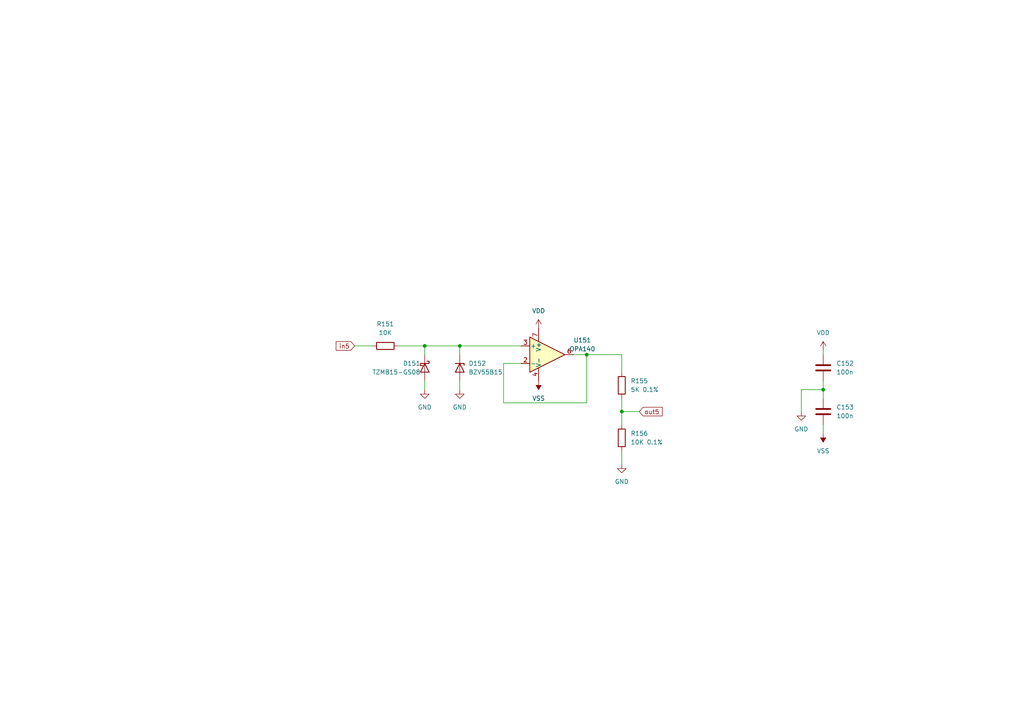
<source format=kicad_sch>
(kicad_sch (version 20230121) (generator eeschema)
  (paper "A4")
  (lib_symbols
    (symbol "Amplifier_Operational:OPA188xxD" (pin_names (offset 0.127))
      (property "Reference" "U" (at 0 6.35 0))
      (property "Value" "OPA188xxD" (at 0 3.81 0))
      (symbol "OPA188xxD_0_1"
        (polyline (pts (xy -5.08 5.08) (xy 5.08 0) (xy -5.08 -5.08) (xy -5.08 5.08)) (stroke (width 0.254)) (fill (type background)))
      )
      (symbol "OPA188xxD_1_1"
        (pin no_connect line (at -2.54 2.54 270) (length 2.54) hide (name "NC") (number "1"))
        (pin input line (at -7.62 -2.54 0) (length 2.54) (name "-") (number "2"))
        (pin input line (at -7.62 2.54 0) (length 2.54) (name "+") (number "3"))
        (pin power_in line (at -2.54 -7.62 90) (length 3.81) (name "V-") (number "4"))
        (pin no_connect line (at 0 2.54 270) (length 2.54) hide (name "NC") (number "5"))
        (pin output line (at 7.62 0 180) (length 2.54) (name "~") (number "6"))
        (pin power_in line (at -2.54 7.62 270) (length 3.81) (name "V+") (number "7"))
        (pin no_connect line (at 0 -2.54 90) (length 2.54) hide (name "NC") (number "8"))
      )
    )
    (symbol "Device:C" (pin_numbers hide) (pin_names (offset 0.254))
      (property "Reference" "C" (at 0.635 2.54 0))
      (property "Value" "C" (at 0.635 -2.54 0))
      (symbol "C_0_1"
        (polyline (pts (xy -2.032 -0.762) (xy 2.032 -0.762)) (stroke (width 0.508)))
        (polyline (pts (xy -2.032 0.762) (xy 2.032 0.762)) (stroke (width 0.508)))
      )
      (symbol "C_1_1"
        (pin passive line (at 0 3.81 270) (length 2.794) (name "~") (number "1"))
        (pin passive line (at 0 -3.81 90) (length 2.794) (name "~") (number "2"))
      )
    )
    (symbol "Device:D_Schottky" (pin_numbers hide) (pin_names (offset 1.016) hide)
      (property "Reference" "D" (at 0 2.54 0))
      (property "Value" "D_Schottky" (at 0 -2.54 0))
      (symbol "D_Schottky_0_1"
        (polyline (pts (xy 1.27 0) (xy -1.27 0)))
        (polyline (pts (xy 1.27 1.27) (xy 1.27 -1.27) (xy -1.27 0) (xy 1.27 1.27)) (stroke (width 0.254)))
        (polyline (pts (xy -1.905 0.635) (xy -1.905 1.27) (xy -1.27 1.27) (xy -1.27 -1.27) (xy -0.635 -1.27) (xy -0.635 -0.635)) (stroke (width 0.254)))
      )
      (symbol "D_Schottky_1_1"
        (pin passive line (at -3.81 0 0) (length 2.54) (name "K") (number "1"))
        (pin passive line (at 3.81 0 180) (length 2.54) (name "A") (number "2"))
      )
    )
    (symbol "Device:R" (pin_numbers hide) (pin_names (offset 0))
      (property "Reference" "R" (at 2.032 0 90))
      (property "Value" "R" (at 0 0 90))
      (symbol "R_0_1"
        (rectangle (start -1.016 -2.54) (end 1.016 2.54) (stroke (width 0.254)))
      )
      (symbol "R_1_1"
        (pin passive line (at 0 3.81 270) (length 1.27) (name "~") (number "1"))
        (pin passive line (at 0 -3.81 90) (length 1.27) (name "~") (number "2"))
      )
    )
    (symbol "Diode:BZV55B15" (pin_numbers hide) (pin_names hide)
      (property "Reference" "D" (at 0 2.54 0))
      (property "Value" "BZV55B15" (at 0 -2.54 0))
      (symbol "BZV55B15_0_1"
        (polyline (pts (xy 1.27 0) (xy -1.27 0)))
        (polyline (pts (xy -1.27 -1.27) (xy -1.27 1.27) (xy -0.762 1.27)) (stroke (width 0.254)))
        (polyline (pts (xy 1.27 -1.27) (xy 1.27 1.27) (xy -1.27 0) (xy 1.27 -1.27)) (stroke (width 0.254)))
      )
      (symbol "BZV55B15_1_1"
        (pin passive line (at -3.81 0 0) (length 2.54) (name "K") (number "1"))
        (pin passive line (at 3.81 0 180) (length 2.54) (name "A") (number "2"))
      )
    )
    (symbol "power:GND" (power) (pin_names (offset 0))
      (property "Value" "GND" (at 0 -3.81 0))
      (symbol "GND_0_1"
        (polyline (pts (xy 0 0) (xy 0 -1.27) (xy 1.27 -1.27) (xy 0 -2.54) (xy -1.27 -1.27) (xy 0 -1.27)))
      )
      (symbol "GND_1_1"
        (pin power_in line (at 0 0 270) (length 0) hide (name "GND") (number "1"))
      )
    )
    (symbol "power:VDD" (power) (pin_names (offset 0))
      (property "Value" "VDD" (at 0 3.81 0))
      (symbol "VDD_0_1"
        (polyline (pts (xy -0.762 1.27) (xy 0 2.54)))
        (polyline (pts (xy 0 0) (xy 0 2.54)))
        (polyline (pts (xy 0 2.54) (xy 0.762 1.27)))
      )
      (symbol "VDD_1_1"
        (pin power_in line (at 0 0 90) (length 0) hide (name "VDD") (number "1"))
      )
    )
    (symbol "power:VSS" (power) (pin_names (offset 0))
      (property "Value" "VSS" (at 0 3.81 0))
      (symbol "VSS_0_1"
        (polyline (pts (xy 0 0) (xy 0 2.54)))
        (polyline (pts (xy 0.762 1.27) (xy -0.762 1.27) (xy 0 2.54) (xy 0.762 1.27)) (fill (type outline)))
      )
      (symbol "VSS_1_1"
        (pin power_in line (at 0 0 90) (length 0) hide (name "VSS") (number "1"))
      )
    )
  )
  (junction (at 238.76 113.03))
  (junction (at 133.35 100.33))
  (junction (at 170.18 102.87))
  (junction (at 180.34 119.38))
  (junction (at 123.19 100.33))
  (wire (pts (xy 166.37 102.87) (xy 170.18 102.87)))
  (wire (pts (xy 180.34 119.38) (xy 180.34 123.19)))
  (wire (pts (xy 238.76 101.6) (xy 238.76 102.87)))
  (wire (pts (xy 180.34 119.38) (xy 185.42 119.38)))
  (wire (pts (xy 102.87 100.33) (xy 107.95 100.33)))
  (wire (pts (xy 180.34 130.81) (xy 180.34 134.62)))
  (wire (pts (xy 146.05 105.41) (xy 146.05 116.84)))
  (wire (pts (xy 123.19 100.33) (xy 133.35 100.33)))
  (wire (pts (xy 133.35 110.49) (xy 133.35 113.03)))
  (wire (pts (xy 123.19 110.49) (xy 123.19 113.03)))
  (wire (pts (xy 170.18 102.87) (xy 180.34 102.87)))
  (wire (pts (xy 180.34 102.87) (xy 180.34 107.95)))
  (wire (pts (xy 170.18 116.84) (xy 170.18 102.87)))
  (wire (pts (xy 232.41 113.03) (xy 238.76 113.03)))
  (wire (pts (xy 146.05 105.41) (xy 151.13 105.41)))
  (wire (pts (xy 232.41 119.38) (xy 232.41 113.03)))
  (wire (pts (xy 238.76 110.49) (xy 238.76 113.03)))
  (wire (pts (xy 238.76 123.19) (xy 238.76 125.73)))
  (wire (pts (xy 123.19 100.33) (xy 123.19 102.87)))
  (wire (pts (xy 238.76 113.03) (xy 238.76 115.57)))
  (wire (pts (xy 133.35 100.33) (xy 151.13 100.33)))
  (wire (pts (xy 146.05 116.84) (xy 170.18 116.84)))
  (wire (pts (xy 180.34 115.57) (xy 180.34 119.38)))
  (wire (pts (xy 115.57 100.33) (xy 123.19 100.33)))
  (wire (pts (xy 133.35 100.33) (xy 133.35 102.87)))
  (global_label "out5" (shape input) (at 185.42 119.38 0) (property "Intersheetrefs" "${INTERSHEET_REFS}" (effects hide)))
  (global_label "in5" (shape input) (at 102.87 100.33 180) (property "Intersheetrefs" "${INTERSHEET_REFS}" (effects hide)))
  (symbol (lib_id "Device:R") (at 111.76 100.33 270) (unit 1)
    (property "Reference" "R151" (at 111.76 93.98 90))
    (property "Value" "10K" (at 111.76 96.52 90))
    (property "Footprint" "Resistor_SMD:R_0805_2012Metric_Pad1.20x1.40mm_HandSolder" (effects hide))
  )
  (symbol (lib_id "Amplifier_Operational:OPA188xxD") (at 158.75 102.87 0) (unit 1)
    (property "Reference" "U151" (at 168.91 98.6791 0))
    (property "Value" "OPA140" (at 168.91 101.2191 0))
    (property "Footprint" "Package_SO:SOIC-8_3.9x4.9mm_P1.27mm" (effects hide))
    (property "Datasheet" "http://www.ti.com/lit/ds/symlink/opa188.pdf" (effects hide))
  )
  (symbol (lib_id "power:VSS") (at 156.21 110.49 180) (unit 1)
    (property "Reference" "#PWR0163" (effects hide))
    (property "Value" "VSS" (at 156.21 115.57 0))
  )
  (symbol (lib_id "Diode:BZV55B15") (at 133.35 106.68 270) (unit 1)
    (property "Reference" "D152" (at 135.89 105.41 90) (effects (justify left)))
    (property "Value" "BZV55B15" (at 135.89 107.95 90) (effects (justify left)))
    (property "Footprint" "Diode_SMD:D_MiniMELF" (effects hide))
    (property "Datasheet" "https://assets.nexperia.com/documents/data-sheet/BZV55_SER.pdf" (effects hide))
  )
  (symbol (lib_id "power:GND") (at 180.34 134.62 0) (unit 1)
    (property "Reference" "#PWR0167" (effects hide))
    (property "Value" "GND" (at 180.34 139.7 0))
  )
  (symbol (lib_id "power:GND") (at 232.41 119.38 0) (unit 1)
    (property "Reference" "#PWR0168" (effects hide))
    (property "Value" "GND" (at 232.41 124.46 0))
  )
  (symbol (lib_id "Device:C") (at 238.76 106.68 0) (unit 1)
    (property "Reference" "C152" (at 242.57 105.41 0) (effects (justify left)))
    (property "Value" "100n" (at 242.57 107.95 0) (effects (justify left)))
    (property "Footprint" "Capacitor_SMD:C_0805_2012Metric_Pad1.18x1.45mm_HandSolder" (effects hide))
  )
  (symbol (lib_id "power:GND") (at 133.35 113.03 0) (unit 1)
    (property "Reference" "#PWR0161" (effects hide))
    (property "Value" "GND" (at 133.35 118.11 0))
  )
  (symbol (lib_id "Device:D_Schottky") (at 123.19 106.68 270) (unit 1)
    (property "Reference" "D151" (at 116.84 105.41 90) (effects (justify left)))
    (property "Value" "TZMB15-GS08" (at 107.95 107.95 90) (effects (justify left)))
    (property "Footprint" "Diode_SMD:D_MiniMELF" (effects hide))
  )
  (symbol (lib_id "power:VDD") (at 156.21 95.25 0) (unit 1)
    (property "Reference" "#PWR0162" (effects hide))
    (property "Value" "VDD" (at 156.21 90.17 0))
  )
  (symbol (lib_id "power:GND") (at 123.19 113.03 0) (unit 1)
    (property "Reference" "#PWR0160" (effects hide))
    (property "Value" "GND" (at 123.19 118.11 0))
  )
  (symbol (lib_id "power:VSS") (at 238.76 125.73 180) (unit 1)
    (property "Reference" "#PWR0170" (effects hide))
    (property "Value" "VSS" (at 238.76 130.81 0))
  )
  (symbol (lib_id "Device:R") (at 180.34 127 0) (unit 1)
    (property "Reference" "R156" (at 182.88 125.73 0) (effects (justify left)))
    (property "Value" "10K 0.1%" (at 182.88 128.27 0) (effects (justify left)))
    (property "Footprint" "Resistor_SMD:R_0805_2012Metric_Pad1.20x1.40mm_HandSolder" (effects hide))
  )
  (symbol (lib_id "power:VDD") (at 238.76 101.6 0) (unit 1)
    (property "Reference" "#PWR0169" (effects hide))
    (property "Value" "VDD" (at 238.76 96.52 0))
  )
  (symbol (lib_id "Device:C") (at 238.76 119.38 0) (unit 1)
    (property "Reference" "C153" (at 242.57 118.11 0) (effects (justify left)))
    (property "Value" "100n" (at 242.57 120.65 0) (effects (justify left)))
    (property "Footprint" "Capacitor_SMD:C_0805_2012Metric_Pad1.18x1.45mm_HandSolder" (effects hide))
  )
  (symbol (lib_id "Device:R") (at 180.34 111.76 0) (unit 1)
    (property "Reference" "R155" (at 182.88 110.49 0) (effects (justify left)))
    (property "Value" "5K 0.1%" (at 182.88 113.03 0) (effects (justify left)))
    (property "Footprint" "Resistor_SMD:R_0805_2012Metric_Pad1.20x1.40mm_HandSolder" (effects hide))
  )
)
</source>
